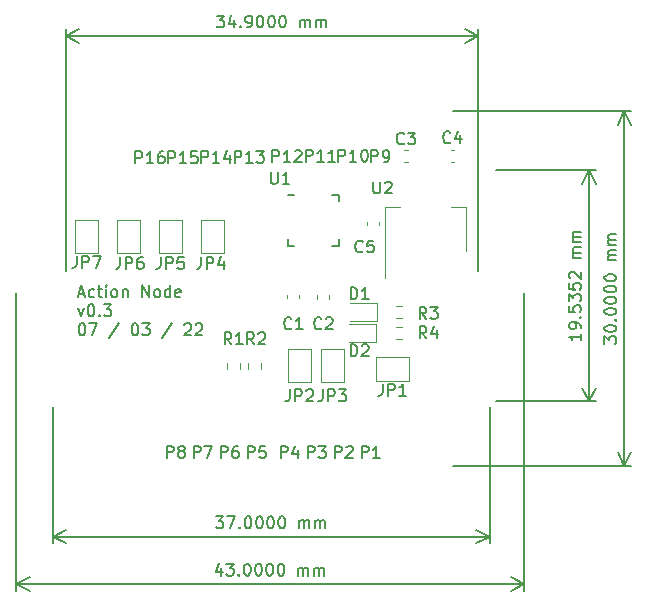
<source format=gbr>
%TF.GenerationSoftware,KiCad,Pcbnew,6.0.2-378541a8eb~116~ubuntu20.04.1*%
%TF.CreationDate,2022-03-15T11:55:06+02:00*%
%TF.ProjectId,ActionPCB,41637469-6f6e-4504-9342-2e6b69636164,rev?*%
%TF.SameCoordinates,Original*%
%TF.FileFunction,Legend,Top*%
%TF.FilePolarity,Positive*%
%FSLAX46Y46*%
G04 Gerber Fmt 4.6, Leading zero omitted, Abs format (unit mm)*
G04 Created by KiCad (PCBNEW 6.0.2-378541a8eb~116~ubuntu20.04.1) date 2022-03-15 11:55:06*
%MOMM*%
%LPD*%
G01*
G04 APERTURE LIST*
%ADD10C,0.150000*%
%ADD11C,0.120000*%
G04 APERTURE END LIST*
D10*
X106787976Y-49456666D02*
X107264166Y-49456666D01*
X106692738Y-49742380D02*
X107026071Y-48742380D01*
X107359404Y-49742380D01*
X108121309Y-49694761D02*
X108026071Y-49742380D01*
X107835595Y-49742380D01*
X107740357Y-49694761D01*
X107692738Y-49647142D01*
X107645119Y-49551904D01*
X107645119Y-49266190D01*
X107692738Y-49170952D01*
X107740357Y-49123333D01*
X107835595Y-49075714D01*
X108026071Y-49075714D01*
X108121309Y-49123333D01*
X108407023Y-49075714D02*
X108787976Y-49075714D01*
X108549880Y-48742380D02*
X108549880Y-49599523D01*
X108597500Y-49694761D01*
X108692738Y-49742380D01*
X108787976Y-49742380D01*
X109121309Y-49742380D02*
X109121309Y-49075714D01*
X109121309Y-48742380D02*
X109073690Y-48790000D01*
X109121309Y-48837619D01*
X109168928Y-48790000D01*
X109121309Y-48742380D01*
X109121309Y-48837619D01*
X109740357Y-49742380D02*
X109645119Y-49694761D01*
X109597500Y-49647142D01*
X109549880Y-49551904D01*
X109549880Y-49266190D01*
X109597500Y-49170952D01*
X109645119Y-49123333D01*
X109740357Y-49075714D01*
X109883214Y-49075714D01*
X109978452Y-49123333D01*
X110026071Y-49170952D01*
X110073690Y-49266190D01*
X110073690Y-49551904D01*
X110026071Y-49647142D01*
X109978452Y-49694761D01*
X109883214Y-49742380D01*
X109740357Y-49742380D01*
X110502261Y-49075714D02*
X110502261Y-49742380D01*
X110502261Y-49170952D02*
X110549880Y-49123333D01*
X110645119Y-49075714D01*
X110787976Y-49075714D01*
X110883214Y-49123333D01*
X110930833Y-49218571D01*
X110930833Y-49742380D01*
X112168928Y-49742380D02*
X112168928Y-48742380D01*
X112740357Y-49742380D01*
X112740357Y-48742380D01*
X113359404Y-49742380D02*
X113264166Y-49694761D01*
X113216547Y-49647142D01*
X113168928Y-49551904D01*
X113168928Y-49266190D01*
X113216547Y-49170952D01*
X113264166Y-49123333D01*
X113359404Y-49075714D01*
X113502261Y-49075714D01*
X113597500Y-49123333D01*
X113645119Y-49170952D01*
X113692738Y-49266190D01*
X113692738Y-49551904D01*
X113645119Y-49647142D01*
X113597500Y-49694761D01*
X113502261Y-49742380D01*
X113359404Y-49742380D01*
X114549880Y-49742380D02*
X114549880Y-48742380D01*
X114549880Y-49694761D02*
X114454642Y-49742380D01*
X114264166Y-49742380D01*
X114168928Y-49694761D01*
X114121309Y-49647142D01*
X114073690Y-49551904D01*
X114073690Y-49266190D01*
X114121309Y-49170952D01*
X114168928Y-49123333D01*
X114264166Y-49075714D01*
X114454642Y-49075714D01*
X114549880Y-49123333D01*
X115407023Y-49694761D02*
X115311785Y-49742380D01*
X115121309Y-49742380D01*
X115026071Y-49694761D01*
X114978452Y-49599523D01*
X114978452Y-49218571D01*
X115026071Y-49123333D01*
X115121309Y-49075714D01*
X115311785Y-49075714D01*
X115407023Y-49123333D01*
X115454642Y-49218571D01*
X115454642Y-49313809D01*
X114978452Y-49409047D01*
X106740357Y-50685714D02*
X106978452Y-51352380D01*
X107216547Y-50685714D01*
X107787976Y-50352380D02*
X107883214Y-50352380D01*
X107978452Y-50400000D01*
X108026071Y-50447619D01*
X108073690Y-50542857D01*
X108121309Y-50733333D01*
X108121309Y-50971428D01*
X108073690Y-51161904D01*
X108026071Y-51257142D01*
X107978452Y-51304761D01*
X107883214Y-51352380D01*
X107787976Y-51352380D01*
X107692738Y-51304761D01*
X107645119Y-51257142D01*
X107597500Y-51161904D01*
X107549880Y-50971428D01*
X107549880Y-50733333D01*
X107597500Y-50542857D01*
X107645119Y-50447619D01*
X107692738Y-50400000D01*
X107787976Y-50352380D01*
X108549880Y-51257142D02*
X108597500Y-51304761D01*
X108549880Y-51352380D01*
X108502261Y-51304761D01*
X108549880Y-51257142D01*
X108549880Y-51352380D01*
X108930833Y-50352380D02*
X109549880Y-50352380D01*
X109216547Y-50733333D01*
X109359404Y-50733333D01*
X109454642Y-50780952D01*
X109502261Y-50828571D01*
X109549880Y-50923809D01*
X109549880Y-51161904D01*
X109502261Y-51257142D01*
X109454642Y-51304761D01*
X109359404Y-51352380D01*
X109073690Y-51352380D01*
X108978452Y-51304761D01*
X108930833Y-51257142D01*
X107026071Y-51962380D02*
X107121309Y-51962380D01*
X107216547Y-52010000D01*
X107264166Y-52057619D01*
X107311785Y-52152857D01*
X107359404Y-52343333D01*
X107359404Y-52581428D01*
X107311785Y-52771904D01*
X107264166Y-52867142D01*
X107216547Y-52914761D01*
X107121309Y-52962380D01*
X107026071Y-52962380D01*
X106930833Y-52914761D01*
X106883214Y-52867142D01*
X106835595Y-52771904D01*
X106787976Y-52581428D01*
X106787976Y-52343333D01*
X106835595Y-52152857D01*
X106883214Y-52057619D01*
X106930833Y-52010000D01*
X107026071Y-51962380D01*
X107692738Y-51962380D02*
X108359404Y-51962380D01*
X107930833Y-52962380D01*
X110216547Y-51914761D02*
X109359404Y-53200476D01*
X111502261Y-51962380D02*
X111597500Y-51962380D01*
X111692738Y-52010000D01*
X111740357Y-52057619D01*
X111787976Y-52152857D01*
X111835595Y-52343333D01*
X111835595Y-52581428D01*
X111787976Y-52771904D01*
X111740357Y-52867142D01*
X111692738Y-52914761D01*
X111597500Y-52962380D01*
X111502261Y-52962380D01*
X111407023Y-52914761D01*
X111359404Y-52867142D01*
X111311785Y-52771904D01*
X111264166Y-52581428D01*
X111264166Y-52343333D01*
X111311785Y-52152857D01*
X111359404Y-52057619D01*
X111407023Y-52010000D01*
X111502261Y-51962380D01*
X112168928Y-51962380D02*
X112787976Y-51962380D01*
X112454642Y-52343333D01*
X112597500Y-52343333D01*
X112692738Y-52390952D01*
X112740357Y-52438571D01*
X112787976Y-52533809D01*
X112787976Y-52771904D01*
X112740357Y-52867142D01*
X112692738Y-52914761D01*
X112597500Y-52962380D01*
X112311785Y-52962380D01*
X112216547Y-52914761D01*
X112168928Y-52867142D01*
X114692738Y-51914761D02*
X113835595Y-53200476D01*
X115740357Y-52057619D02*
X115787976Y-52010000D01*
X115883214Y-51962380D01*
X116121309Y-51962380D01*
X116216547Y-52010000D01*
X116264166Y-52057619D01*
X116311785Y-52152857D01*
X116311785Y-52248095D01*
X116264166Y-52390952D01*
X115692738Y-52962380D01*
X116311785Y-52962380D01*
X116692738Y-52057619D02*
X116740357Y-52010000D01*
X116835595Y-51962380D01*
X117073690Y-51962380D01*
X117168928Y-52010000D01*
X117216547Y-52057619D01*
X117264166Y-52152857D01*
X117264166Y-52248095D01*
X117216547Y-52390952D01*
X116645119Y-52962380D01*
X117264166Y-52962380D01*
X118418013Y-68302380D02*
X119037060Y-68302380D01*
X118703727Y-68683333D01*
X118846584Y-68683333D01*
X118941822Y-68730952D01*
X118989441Y-68778571D01*
X119037060Y-68873809D01*
X119037060Y-69111904D01*
X118989441Y-69207142D01*
X118941822Y-69254761D01*
X118846584Y-69302380D01*
X118560870Y-69302380D01*
X118465632Y-69254761D01*
X118418013Y-69207142D01*
X119370394Y-68302380D02*
X120037060Y-68302380D01*
X119608489Y-69302380D01*
X120418013Y-69207142D02*
X120465632Y-69254761D01*
X120418013Y-69302380D01*
X120370394Y-69254761D01*
X120418013Y-69207142D01*
X120418013Y-69302380D01*
X121084680Y-68302380D02*
X121179918Y-68302380D01*
X121275156Y-68350000D01*
X121322775Y-68397619D01*
X121370394Y-68492857D01*
X121418013Y-68683333D01*
X121418013Y-68921428D01*
X121370394Y-69111904D01*
X121322775Y-69207142D01*
X121275156Y-69254761D01*
X121179918Y-69302380D01*
X121084680Y-69302380D01*
X120989441Y-69254761D01*
X120941822Y-69207142D01*
X120894203Y-69111904D01*
X120846584Y-68921428D01*
X120846584Y-68683333D01*
X120894203Y-68492857D01*
X120941822Y-68397619D01*
X120989441Y-68350000D01*
X121084680Y-68302380D01*
X122037060Y-68302380D02*
X122132299Y-68302380D01*
X122227537Y-68350000D01*
X122275156Y-68397619D01*
X122322775Y-68492857D01*
X122370394Y-68683333D01*
X122370394Y-68921428D01*
X122322775Y-69111904D01*
X122275156Y-69207142D01*
X122227537Y-69254761D01*
X122132299Y-69302380D01*
X122037060Y-69302380D01*
X121941822Y-69254761D01*
X121894203Y-69207142D01*
X121846584Y-69111904D01*
X121798965Y-68921428D01*
X121798965Y-68683333D01*
X121846584Y-68492857D01*
X121894203Y-68397619D01*
X121941822Y-68350000D01*
X122037060Y-68302380D01*
X122989441Y-68302380D02*
X123084680Y-68302380D01*
X123179918Y-68350000D01*
X123227537Y-68397619D01*
X123275156Y-68492857D01*
X123322775Y-68683333D01*
X123322775Y-68921428D01*
X123275156Y-69111904D01*
X123227537Y-69207142D01*
X123179918Y-69254761D01*
X123084680Y-69302380D01*
X122989441Y-69302380D01*
X122894203Y-69254761D01*
X122846584Y-69207142D01*
X122798965Y-69111904D01*
X122751346Y-68921428D01*
X122751346Y-68683333D01*
X122798965Y-68492857D01*
X122846584Y-68397619D01*
X122894203Y-68350000D01*
X122989441Y-68302380D01*
X123941822Y-68302380D02*
X124037060Y-68302380D01*
X124132299Y-68350000D01*
X124179918Y-68397619D01*
X124227537Y-68492857D01*
X124275156Y-68683333D01*
X124275156Y-68921428D01*
X124227537Y-69111904D01*
X124179918Y-69207142D01*
X124132299Y-69254761D01*
X124037060Y-69302380D01*
X123941822Y-69302380D01*
X123846584Y-69254761D01*
X123798965Y-69207142D01*
X123751346Y-69111904D01*
X123703727Y-68921428D01*
X123703727Y-68683333D01*
X123751346Y-68492857D01*
X123798965Y-68397619D01*
X123846584Y-68350000D01*
X123941822Y-68302380D01*
X125465632Y-69302380D02*
X125465632Y-68635714D01*
X125465632Y-68730952D02*
X125513251Y-68683333D01*
X125608489Y-68635714D01*
X125751346Y-68635714D01*
X125846584Y-68683333D01*
X125894203Y-68778571D01*
X125894203Y-69302380D01*
X125894203Y-68778571D02*
X125941822Y-68683333D01*
X126037060Y-68635714D01*
X126179918Y-68635714D01*
X126275156Y-68683333D01*
X126322775Y-68778571D01*
X126322775Y-69302380D01*
X126798965Y-69302380D02*
X126798965Y-68635714D01*
X126798965Y-68730952D02*
X126846584Y-68683333D01*
X126941822Y-68635714D01*
X127084680Y-68635714D01*
X127179918Y-68683333D01*
X127227537Y-68778571D01*
X127227537Y-69302380D01*
X127227537Y-68778571D02*
X127275156Y-68683333D01*
X127370394Y-68635714D01*
X127513251Y-68635714D01*
X127608489Y-68683333D01*
X127656108Y-68778571D01*
X127656108Y-69302380D01*
X141584680Y-59034607D02*
X141584680Y-70586420D01*
X104584680Y-59034607D02*
X104584680Y-70586420D01*
X141584680Y-70000000D02*
X104584680Y-70000000D01*
X141584680Y-70000000D02*
X104584680Y-70000000D01*
X141584680Y-70000000D02*
X140458176Y-69413579D01*
X141584680Y-70000000D02*
X140458176Y-70586421D01*
X104584680Y-70000000D02*
X105711184Y-70586421D01*
X104584680Y-70000000D02*
X105711184Y-69413579D01*
X118867142Y-72635714D02*
X118867142Y-73302380D01*
X118629047Y-72254761D02*
X118390952Y-72969047D01*
X119010000Y-72969047D01*
X119295714Y-72302380D02*
X119914761Y-72302380D01*
X119581428Y-72683333D01*
X119724285Y-72683333D01*
X119819523Y-72730952D01*
X119867142Y-72778571D01*
X119914761Y-72873809D01*
X119914761Y-73111904D01*
X119867142Y-73207142D01*
X119819523Y-73254761D01*
X119724285Y-73302380D01*
X119438571Y-73302380D01*
X119343333Y-73254761D01*
X119295714Y-73207142D01*
X120343333Y-73207142D02*
X120390952Y-73254761D01*
X120343333Y-73302380D01*
X120295714Y-73254761D01*
X120343333Y-73207142D01*
X120343333Y-73302380D01*
X121010000Y-72302380D02*
X121105238Y-72302380D01*
X121200476Y-72350000D01*
X121248095Y-72397619D01*
X121295714Y-72492857D01*
X121343333Y-72683333D01*
X121343333Y-72921428D01*
X121295714Y-73111904D01*
X121248095Y-73207142D01*
X121200476Y-73254761D01*
X121105238Y-73302380D01*
X121010000Y-73302380D01*
X120914761Y-73254761D01*
X120867142Y-73207142D01*
X120819523Y-73111904D01*
X120771904Y-72921428D01*
X120771904Y-72683333D01*
X120819523Y-72492857D01*
X120867142Y-72397619D01*
X120914761Y-72350000D01*
X121010000Y-72302380D01*
X121962380Y-72302380D02*
X122057619Y-72302380D01*
X122152857Y-72350000D01*
X122200476Y-72397619D01*
X122248095Y-72492857D01*
X122295714Y-72683333D01*
X122295714Y-72921428D01*
X122248095Y-73111904D01*
X122200476Y-73207142D01*
X122152857Y-73254761D01*
X122057619Y-73302380D01*
X121962380Y-73302380D01*
X121867142Y-73254761D01*
X121819523Y-73207142D01*
X121771904Y-73111904D01*
X121724285Y-72921428D01*
X121724285Y-72683333D01*
X121771904Y-72492857D01*
X121819523Y-72397619D01*
X121867142Y-72350000D01*
X121962380Y-72302380D01*
X122914761Y-72302380D02*
X123010000Y-72302380D01*
X123105238Y-72350000D01*
X123152857Y-72397619D01*
X123200476Y-72492857D01*
X123248095Y-72683333D01*
X123248095Y-72921428D01*
X123200476Y-73111904D01*
X123152857Y-73207142D01*
X123105238Y-73254761D01*
X123010000Y-73302380D01*
X122914761Y-73302380D01*
X122819523Y-73254761D01*
X122771904Y-73207142D01*
X122724285Y-73111904D01*
X122676666Y-72921428D01*
X122676666Y-72683333D01*
X122724285Y-72492857D01*
X122771904Y-72397619D01*
X122819523Y-72350000D01*
X122914761Y-72302380D01*
X123867142Y-72302380D02*
X123962380Y-72302380D01*
X124057619Y-72350000D01*
X124105238Y-72397619D01*
X124152857Y-72492857D01*
X124200476Y-72683333D01*
X124200476Y-72921428D01*
X124152857Y-73111904D01*
X124105238Y-73207142D01*
X124057619Y-73254761D01*
X123962380Y-73302380D01*
X123867142Y-73302380D01*
X123771904Y-73254761D01*
X123724285Y-73207142D01*
X123676666Y-73111904D01*
X123629047Y-72921428D01*
X123629047Y-72683333D01*
X123676666Y-72492857D01*
X123724285Y-72397619D01*
X123771904Y-72350000D01*
X123867142Y-72302380D01*
X125390952Y-73302380D02*
X125390952Y-72635714D01*
X125390952Y-72730952D02*
X125438571Y-72683333D01*
X125533809Y-72635714D01*
X125676666Y-72635714D01*
X125771904Y-72683333D01*
X125819523Y-72778571D01*
X125819523Y-73302380D01*
X125819523Y-72778571D02*
X125867142Y-72683333D01*
X125962380Y-72635714D01*
X126105238Y-72635714D01*
X126200476Y-72683333D01*
X126248095Y-72778571D01*
X126248095Y-73302380D01*
X126724285Y-73302380D02*
X126724285Y-72635714D01*
X126724285Y-72730952D02*
X126771904Y-72683333D01*
X126867142Y-72635714D01*
X127010000Y-72635714D01*
X127105238Y-72683333D01*
X127152857Y-72778571D01*
X127152857Y-73302380D01*
X127152857Y-72778571D02*
X127200476Y-72683333D01*
X127295714Y-72635714D01*
X127438571Y-72635714D01*
X127533809Y-72683333D01*
X127581428Y-72778571D01*
X127581428Y-73302380D01*
X144510000Y-49420000D02*
X144510000Y-74586420D01*
X101510000Y-49420000D02*
X101510000Y-74586420D01*
X144510000Y-74000000D02*
X101510000Y-74000000D01*
X144510000Y-74000000D02*
X101510000Y-74000000D01*
X144510000Y-74000000D02*
X143383496Y-73413579D01*
X144510000Y-74000000D02*
X143383496Y-74586421D01*
X101510000Y-74000000D02*
X102636504Y-74586421D01*
X101510000Y-74000000D02*
X102636504Y-73413579D01*
X151302380Y-53666666D02*
X151302380Y-53047619D01*
X151683333Y-53380952D01*
X151683333Y-53238095D01*
X151730952Y-53142857D01*
X151778571Y-53095238D01*
X151873809Y-53047619D01*
X152111904Y-53047619D01*
X152207142Y-53095238D01*
X152254761Y-53142857D01*
X152302380Y-53238095D01*
X152302380Y-53523809D01*
X152254761Y-53619047D01*
X152207142Y-53666666D01*
X151302380Y-52428571D02*
X151302380Y-52333333D01*
X151350000Y-52238095D01*
X151397619Y-52190476D01*
X151492857Y-52142857D01*
X151683333Y-52095238D01*
X151921428Y-52095238D01*
X152111904Y-52142857D01*
X152207142Y-52190476D01*
X152254761Y-52238095D01*
X152302380Y-52333333D01*
X152302380Y-52428571D01*
X152254761Y-52523809D01*
X152207142Y-52571428D01*
X152111904Y-52619047D01*
X151921428Y-52666666D01*
X151683333Y-52666666D01*
X151492857Y-52619047D01*
X151397619Y-52571428D01*
X151350000Y-52523809D01*
X151302380Y-52428571D01*
X152207142Y-51666666D02*
X152254761Y-51619047D01*
X152302380Y-51666666D01*
X152254761Y-51714285D01*
X152207142Y-51666666D01*
X152302380Y-51666666D01*
X151302380Y-51000000D02*
X151302380Y-50904761D01*
X151350000Y-50809523D01*
X151397619Y-50761904D01*
X151492857Y-50714285D01*
X151683333Y-50666666D01*
X151921428Y-50666666D01*
X152111904Y-50714285D01*
X152207142Y-50761904D01*
X152254761Y-50809523D01*
X152302380Y-50904761D01*
X152302380Y-51000000D01*
X152254761Y-51095238D01*
X152207142Y-51142857D01*
X152111904Y-51190476D01*
X151921428Y-51238095D01*
X151683333Y-51238095D01*
X151492857Y-51190476D01*
X151397619Y-51142857D01*
X151350000Y-51095238D01*
X151302380Y-51000000D01*
X151302380Y-50047619D02*
X151302380Y-49952380D01*
X151350000Y-49857142D01*
X151397619Y-49809523D01*
X151492857Y-49761904D01*
X151683333Y-49714285D01*
X151921428Y-49714285D01*
X152111904Y-49761904D01*
X152207142Y-49809523D01*
X152254761Y-49857142D01*
X152302380Y-49952380D01*
X152302380Y-50047619D01*
X152254761Y-50142857D01*
X152207142Y-50190476D01*
X152111904Y-50238095D01*
X151921428Y-50285714D01*
X151683333Y-50285714D01*
X151492857Y-50238095D01*
X151397619Y-50190476D01*
X151350000Y-50142857D01*
X151302380Y-50047619D01*
X151302380Y-49095238D02*
X151302380Y-49000000D01*
X151350000Y-48904761D01*
X151397619Y-48857142D01*
X151492857Y-48809523D01*
X151683333Y-48761904D01*
X151921428Y-48761904D01*
X152111904Y-48809523D01*
X152207142Y-48857142D01*
X152254761Y-48904761D01*
X152302380Y-49000000D01*
X152302380Y-49095238D01*
X152254761Y-49190476D01*
X152207142Y-49238095D01*
X152111904Y-49285714D01*
X151921428Y-49333333D01*
X151683333Y-49333333D01*
X151492857Y-49285714D01*
X151397619Y-49238095D01*
X151350000Y-49190476D01*
X151302380Y-49095238D01*
X151302380Y-48142857D02*
X151302380Y-48047619D01*
X151350000Y-47952380D01*
X151397619Y-47904761D01*
X151492857Y-47857142D01*
X151683333Y-47809523D01*
X151921428Y-47809523D01*
X152111904Y-47857142D01*
X152207142Y-47904761D01*
X152254761Y-47952380D01*
X152302380Y-48047619D01*
X152302380Y-48142857D01*
X152254761Y-48238095D01*
X152207142Y-48285714D01*
X152111904Y-48333333D01*
X151921428Y-48380952D01*
X151683333Y-48380952D01*
X151492857Y-48333333D01*
X151397619Y-48285714D01*
X151350000Y-48238095D01*
X151302380Y-48142857D01*
X152302380Y-46619047D02*
X151635714Y-46619047D01*
X151730952Y-46619047D02*
X151683333Y-46571428D01*
X151635714Y-46476190D01*
X151635714Y-46333333D01*
X151683333Y-46238095D01*
X151778571Y-46190476D01*
X152302380Y-46190476D01*
X151778571Y-46190476D02*
X151683333Y-46142857D01*
X151635714Y-46047619D01*
X151635714Y-45904761D01*
X151683333Y-45809523D01*
X151778571Y-45761904D01*
X152302380Y-45761904D01*
X152302380Y-45285714D02*
X151635714Y-45285714D01*
X151730952Y-45285714D02*
X151683333Y-45238095D01*
X151635714Y-45142857D01*
X151635714Y-45000000D01*
X151683333Y-44904761D01*
X151778571Y-44857142D01*
X152302380Y-44857142D01*
X151778571Y-44857142D02*
X151683333Y-44809523D01*
X151635714Y-44714285D01*
X151635714Y-44571428D01*
X151683333Y-44476190D01*
X151778571Y-44428571D01*
X152302380Y-44428571D01*
X138500000Y-64000000D02*
X153586420Y-64000000D01*
X138500000Y-34000000D02*
X153586420Y-34000000D01*
X153000000Y-64000000D02*
X153000000Y-34000000D01*
X153000000Y-64000000D02*
X153000000Y-34000000D01*
X153000000Y-64000000D02*
X153586421Y-62873496D01*
X153000000Y-64000000D02*
X152413579Y-62873496D01*
X153000000Y-34000000D02*
X152413579Y-35126504D01*
X153000000Y-34000000D02*
X153586421Y-35126504D01*
X149302380Y-52814619D02*
X149302380Y-53386047D01*
X149302380Y-53100333D02*
X148302380Y-53100333D01*
X148445238Y-53195571D01*
X148540476Y-53290809D01*
X148588095Y-53386047D01*
X149302380Y-52338428D02*
X149302380Y-52147952D01*
X149254761Y-52052714D01*
X149207142Y-52005095D01*
X149064285Y-51909857D01*
X148873809Y-51862238D01*
X148492857Y-51862238D01*
X148397619Y-51909857D01*
X148350000Y-51957476D01*
X148302380Y-52052714D01*
X148302380Y-52243190D01*
X148350000Y-52338428D01*
X148397619Y-52386047D01*
X148492857Y-52433666D01*
X148730952Y-52433666D01*
X148826190Y-52386047D01*
X148873809Y-52338428D01*
X148921428Y-52243190D01*
X148921428Y-52052714D01*
X148873809Y-51957476D01*
X148826190Y-51909857D01*
X148730952Y-51862238D01*
X149207142Y-51433666D02*
X149254761Y-51386047D01*
X149302380Y-51433666D01*
X149254761Y-51481285D01*
X149207142Y-51433666D01*
X149302380Y-51433666D01*
X148302380Y-50481285D02*
X148302380Y-50957476D01*
X148778571Y-51005095D01*
X148730952Y-50957476D01*
X148683333Y-50862238D01*
X148683333Y-50624142D01*
X148730952Y-50528904D01*
X148778571Y-50481285D01*
X148873809Y-50433666D01*
X149111904Y-50433666D01*
X149207142Y-50481285D01*
X149254761Y-50528904D01*
X149302380Y-50624142D01*
X149302380Y-50862238D01*
X149254761Y-50957476D01*
X149207142Y-51005095D01*
X148302380Y-50100333D02*
X148302380Y-49481285D01*
X148683333Y-49814619D01*
X148683333Y-49671761D01*
X148730952Y-49576523D01*
X148778571Y-49528904D01*
X148873809Y-49481285D01*
X149111904Y-49481285D01*
X149207142Y-49528904D01*
X149254761Y-49576523D01*
X149302380Y-49671761D01*
X149302380Y-49957476D01*
X149254761Y-50052714D01*
X149207142Y-50100333D01*
X148302380Y-48576523D02*
X148302380Y-49052714D01*
X148778571Y-49100333D01*
X148730952Y-49052714D01*
X148683333Y-48957476D01*
X148683333Y-48719380D01*
X148730952Y-48624142D01*
X148778571Y-48576523D01*
X148873809Y-48528904D01*
X149111904Y-48528904D01*
X149207142Y-48576523D01*
X149254761Y-48624142D01*
X149302380Y-48719380D01*
X149302380Y-48957476D01*
X149254761Y-49052714D01*
X149207142Y-49100333D01*
X148397619Y-48147952D02*
X148350000Y-48100333D01*
X148302380Y-48005095D01*
X148302380Y-47767000D01*
X148350000Y-47671761D01*
X148397619Y-47624142D01*
X148492857Y-47576523D01*
X148588095Y-47576523D01*
X148730952Y-47624142D01*
X149302380Y-48195571D01*
X149302380Y-47576523D01*
X149302380Y-46386047D02*
X148635714Y-46386047D01*
X148730952Y-46386047D02*
X148683333Y-46338428D01*
X148635714Y-46243190D01*
X148635714Y-46100333D01*
X148683333Y-46005095D01*
X148778571Y-45957476D01*
X149302380Y-45957476D01*
X148778571Y-45957476D02*
X148683333Y-45909857D01*
X148635714Y-45814619D01*
X148635714Y-45671761D01*
X148683333Y-45576523D01*
X148778571Y-45528904D01*
X149302380Y-45528904D01*
X149302380Y-45052714D02*
X148635714Y-45052714D01*
X148730952Y-45052714D02*
X148683333Y-45005095D01*
X148635714Y-44909857D01*
X148635714Y-44767000D01*
X148683333Y-44671761D01*
X148778571Y-44624142D01*
X149302380Y-44624142D01*
X148778571Y-44624142D02*
X148683333Y-44576523D01*
X148635714Y-44481285D01*
X148635714Y-44338428D01*
X148683333Y-44243190D01*
X148778571Y-44195571D01*
X149302380Y-44195571D01*
X142084680Y-58534607D02*
X150586420Y-58534607D01*
X142084680Y-38999393D02*
X150586420Y-38999393D01*
X150000000Y-58534607D02*
X150000000Y-38999393D01*
X150000000Y-58534607D02*
X150000000Y-38999393D01*
X150000000Y-58534607D02*
X150586421Y-57408103D01*
X150000000Y-58534607D02*
X149413579Y-57408103D01*
X150000000Y-38999393D02*
X149413579Y-40125897D01*
X150000000Y-38999393D02*
X150586421Y-40125897D01*
X118483333Y-25902380D02*
X119102380Y-25902380D01*
X118769047Y-26283333D01*
X118911904Y-26283333D01*
X119007142Y-26330952D01*
X119054761Y-26378571D01*
X119102380Y-26473809D01*
X119102380Y-26711904D01*
X119054761Y-26807142D01*
X119007142Y-26854761D01*
X118911904Y-26902380D01*
X118626190Y-26902380D01*
X118530952Y-26854761D01*
X118483333Y-26807142D01*
X119959523Y-26235714D02*
X119959523Y-26902380D01*
X119721428Y-25854761D02*
X119483333Y-26569047D01*
X120102380Y-26569047D01*
X120483333Y-26807142D02*
X120530952Y-26854761D01*
X120483333Y-26902380D01*
X120435714Y-26854761D01*
X120483333Y-26807142D01*
X120483333Y-26902380D01*
X121007142Y-26902380D02*
X121197619Y-26902380D01*
X121292857Y-26854761D01*
X121340476Y-26807142D01*
X121435714Y-26664285D01*
X121483333Y-26473809D01*
X121483333Y-26092857D01*
X121435714Y-25997619D01*
X121388095Y-25950000D01*
X121292857Y-25902380D01*
X121102380Y-25902380D01*
X121007142Y-25950000D01*
X120959523Y-25997619D01*
X120911904Y-26092857D01*
X120911904Y-26330952D01*
X120959523Y-26426190D01*
X121007142Y-26473809D01*
X121102380Y-26521428D01*
X121292857Y-26521428D01*
X121388095Y-26473809D01*
X121435714Y-26426190D01*
X121483333Y-26330952D01*
X122102380Y-25902380D02*
X122197619Y-25902380D01*
X122292857Y-25950000D01*
X122340476Y-25997619D01*
X122388095Y-26092857D01*
X122435714Y-26283333D01*
X122435714Y-26521428D01*
X122388095Y-26711904D01*
X122340476Y-26807142D01*
X122292857Y-26854761D01*
X122197619Y-26902380D01*
X122102380Y-26902380D01*
X122007142Y-26854761D01*
X121959523Y-26807142D01*
X121911904Y-26711904D01*
X121864285Y-26521428D01*
X121864285Y-26283333D01*
X121911904Y-26092857D01*
X121959523Y-25997619D01*
X122007142Y-25950000D01*
X122102380Y-25902380D01*
X123054761Y-25902380D02*
X123150000Y-25902380D01*
X123245238Y-25950000D01*
X123292857Y-25997619D01*
X123340476Y-26092857D01*
X123388095Y-26283333D01*
X123388095Y-26521428D01*
X123340476Y-26711904D01*
X123292857Y-26807142D01*
X123245238Y-26854761D01*
X123150000Y-26902380D01*
X123054761Y-26902380D01*
X122959523Y-26854761D01*
X122911904Y-26807142D01*
X122864285Y-26711904D01*
X122816666Y-26521428D01*
X122816666Y-26283333D01*
X122864285Y-26092857D01*
X122911904Y-25997619D01*
X122959523Y-25950000D01*
X123054761Y-25902380D01*
X124007142Y-25902380D02*
X124102380Y-25902380D01*
X124197619Y-25950000D01*
X124245238Y-25997619D01*
X124292857Y-26092857D01*
X124340476Y-26283333D01*
X124340476Y-26521428D01*
X124292857Y-26711904D01*
X124245238Y-26807142D01*
X124197619Y-26854761D01*
X124102380Y-26902380D01*
X124007142Y-26902380D01*
X123911904Y-26854761D01*
X123864285Y-26807142D01*
X123816666Y-26711904D01*
X123769047Y-26521428D01*
X123769047Y-26283333D01*
X123816666Y-26092857D01*
X123864285Y-25997619D01*
X123911904Y-25950000D01*
X124007142Y-25902380D01*
X125530952Y-26902380D02*
X125530952Y-26235714D01*
X125530952Y-26330952D02*
X125578571Y-26283333D01*
X125673809Y-26235714D01*
X125816666Y-26235714D01*
X125911904Y-26283333D01*
X125959523Y-26378571D01*
X125959523Y-26902380D01*
X125959523Y-26378571D02*
X126007142Y-26283333D01*
X126102380Y-26235714D01*
X126245238Y-26235714D01*
X126340476Y-26283333D01*
X126388095Y-26378571D01*
X126388095Y-26902380D01*
X126864285Y-26902380D02*
X126864285Y-26235714D01*
X126864285Y-26330952D02*
X126911904Y-26283333D01*
X127007142Y-26235714D01*
X127150000Y-26235714D01*
X127245238Y-26283333D01*
X127292857Y-26378571D01*
X127292857Y-26902380D01*
X127292857Y-26378571D02*
X127340476Y-26283333D01*
X127435714Y-26235714D01*
X127578571Y-26235714D01*
X127673809Y-26283333D01*
X127721428Y-26378571D01*
X127721428Y-26902380D01*
X140600000Y-47500000D02*
X140600000Y-27013580D01*
X105700000Y-47500000D02*
X105700000Y-27013580D01*
X140600000Y-27600000D02*
X105700000Y-27600000D01*
X140600000Y-27600000D02*
X105700000Y-27600000D01*
X140600000Y-27600000D02*
X139473496Y-27013579D01*
X140600000Y-27600000D02*
X139473496Y-28186421D01*
X105700000Y-27600000D02*
X106826504Y-28186421D01*
X105700000Y-27600000D02*
X106826504Y-27013579D01*
%TO.C,U1*%
X123065095Y-39136380D02*
X123065095Y-39945904D01*
X123112714Y-40041142D01*
X123160333Y-40088761D01*
X123255571Y-40136380D01*
X123446047Y-40136380D01*
X123541285Y-40088761D01*
X123588904Y-40041142D01*
X123636523Y-39945904D01*
X123636523Y-39136380D01*
X124636523Y-40136380D02*
X124065095Y-40136380D01*
X124350809Y-40136380D02*
X124350809Y-39136380D01*
X124255571Y-39279238D01*
X124160333Y-39374476D01*
X124065095Y-39422095D01*
%TO.C,P16*%
X111585714Y-38402380D02*
X111585714Y-37402380D01*
X111966666Y-37402380D01*
X112061904Y-37450000D01*
X112109523Y-37497619D01*
X112157142Y-37592857D01*
X112157142Y-37735714D01*
X112109523Y-37830952D01*
X112061904Y-37878571D01*
X111966666Y-37926190D01*
X111585714Y-37926190D01*
X113109523Y-38402380D02*
X112538095Y-38402380D01*
X112823809Y-38402380D02*
X112823809Y-37402380D01*
X112728571Y-37545238D01*
X112633333Y-37640476D01*
X112538095Y-37688095D01*
X113966666Y-37402380D02*
X113776190Y-37402380D01*
X113680952Y-37450000D01*
X113633333Y-37497619D01*
X113538095Y-37640476D01*
X113490476Y-37830952D01*
X113490476Y-38211904D01*
X113538095Y-38307142D01*
X113585714Y-38354761D01*
X113680952Y-38402380D01*
X113871428Y-38402380D01*
X113966666Y-38354761D01*
X114014285Y-38307142D01*
X114061904Y-38211904D01*
X114061904Y-37973809D01*
X114014285Y-37878571D01*
X113966666Y-37830952D01*
X113871428Y-37783333D01*
X113680952Y-37783333D01*
X113585714Y-37830952D01*
X113538095Y-37878571D01*
X113490476Y-37973809D01*
%TO.C,P4*%
X123903904Y-63352380D02*
X123903904Y-62352380D01*
X124284857Y-62352380D01*
X124380095Y-62400000D01*
X124427714Y-62447619D01*
X124475333Y-62542857D01*
X124475333Y-62685714D01*
X124427714Y-62780952D01*
X124380095Y-62828571D01*
X124284857Y-62876190D01*
X123903904Y-62876190D01*
X125332476Y-62685714D02*
X125332476Y-63352380D01*
X125094380Y-62304761D02*
X124856285Y-63019047D01*
X125475333Y-63019047D01*
%TO.C,D2*%
X129819904Y-54741380D02*
X129819904Y-53741380D01*
X130058000Y-53741380D01*
X130200857Y-53789000D01*
X130296095Y-53884238D01*
X130343714Y-53979476D01*
X130391333Y-54169952D01*
X130391333Y-54312809D01*
X130343714Y-54503285D01*
X130296095Y-54598523D01*
X130200857Y-54693761D01*
X130058000Y-54741380D01*
X129819904Y-54741380D01*
X130772285Y-53836619D02*
X130819904Y-53789000D01*
X130915142Y-53741380D01*
X131153238Y-53741380D01*
X131248476Y-53789000D01*
X131296095Y-53836619D01*
X131343714Y-53931857D01*
X131343714Y-54027095D01*
X131296095Y-54169952D01*
X130724666Y-54741380D01*
X131343714Y-54741380D01*
%TO.C,R3*%
X136232333Y-51566380D02*
X135899000Y-51090190D01*
X135660904Y-51566380D02*
X135660904Y-50566380D01*
X136041857Y-50566380D01*
X136137095Y-50614000D01*
X136184714Y-50661619D01*
X136232333Y-50756857D01*
X136232333Y-50899714D01*
X136184714Y-50994952D01*
X136137095Y-51042571D01*
X136041857Y-51090190D01*
X135660904Y-51090190D01*
X136565666Y-50566380D02*
X137184714Y-50566380D01*
X136851380Y-50947333D01*
X136994238Y-50947333D01*
X137089476Y-50994952D01*
X137137095Y-51042571D01*
X137184714Y-51137809D01*
X137184714Y-51375904D01*
X137137095Y-51471142D01*
X137089476Y-51518761D01*
X136994238Y-51566380D01*
X136708523Y-51566380D01*
X136613285Y-51518761D01*
X136565666Y-51471142D01*
%TO.C,P14*%
X117185714Y-38352380D02*
X117185714Y-37352380D01*
X117566666Y-37352380D01*
X117661904Y-37400000D01*
X117709523Y-37447619D01*
X117757142Y-37542857D01*
X117757142Y-37685714D01*
X117709523Y-37780952D01*
X117661904Y-37828571D01*
X117566666Y-37876190D01*
X117185714Y-37876190D01*
X118709523Y-38352380D02*
X118138095Y-38352380D01*
X118423809Y-38352380D02*
X118423809Y-37352380D01*
X118328571Y-37495238D01*
X118233333Y-37590476D01*
X118138095Y-37638095D01*
X119566666Y-37685714D02*
X119566666Y-38352380D01*
X119328571Y-37304761D02*
X119090476Y-38019047D01*
X119709523Y-38019047D01*
%TO.C,JP2*%
X124644666Y-57551380D02*
X124644666Y-58265666D01*
X124597047Y-58408523D01*
X124501809Y-58503761D01*
X124358952Y-58551380D01*
X124263714Y-58551380D01*
X125120857Y-58551380D02*
X125120857Y-57551380D01*
X125501809Y-57551380D01*
X125597047Y-57599000D01*
X125644666Y-57646619D01*
X125692285Y-57741857D01*
X125692285Y-57884714D01*
X125644666Y-57979952D01*
X125597047Y-58027571D01*
X125501809Y-58075190D01*
X125120857Y-58075190D01*
X126073238Y-57646619D02*
X126120857Y-57599000D01*
X126216095Y-57551380D01*
X126454190Y-57551380D01*
X126549428Y-57599000D01*
X126597047Y-57646619D01*
X126644666Y-57741857D01*
X126644666Y-57837095D01*
X126597047Y-57979952D01*
X126025619Y-58551380D01*
X126644666Y-58551380D01*
%TO.C,C4*%
X138252333Y-36612142D02*
X138204714Y-36659761D01*
X138061857Y-36707380D01*
X137966619Y-36707380D01*
X137823761Y-36659761D01*
X137728523Y-36564523D01*
X137680904Y-36469285D01*
X137633285Y-36278809D01*
X137633285Y-36135952D01*
X137680904Y-35945476D01*
X137728523Y-35850238D01*
X137823761Y-35755000D01*
X137966619Y-35707380D01*
X138061857Y-35707380D01*
X138204714Y-35755000D01*
X138252333Y-35802619D01*
X139109476Y-36040714D02*
X139109476Y-36707380D01*
X138871380Y-35659761D02*
X138633285Y-36374047D01*
X139252333Y-36374047D01*
%TO.C,P3*%
X126189904Y-63352380D02*
X126189904Y-62352380D01*
X126570857Y-62352380D01*
X126666095Y-62400000D01*
X126713714Y-62447619D01*
X126761333Y-62542857D01*
X126761333Y-62685714D01*
X126713714Y-62780952D01*
X126666095Y-62828571D01*
X126570857Y-62876190D01*
X126189904Y-62876190D01*
X127094666Y-62352380D02*
X127713714Y-62352380D01*
X127380380Y-62733333D01*
X127523238Y-62733333D01*
X127618476Y-62780952D01*
X127666095Y-62828571D01*
X127713714Y-62923809D01*
X127713714Y-63161904D01*
X127666095Y-63257142D01*
X127618476Y-63304761D01*
X127523238Y-63352380D01*
X127237523Y-63352380D01*
X127142285Y-63304761D01*
X127094666Y-63257142D01*
%TO.C,P12*%
X123185714Y-38302380D02*
X123185714Y-37302380D01*
X123566666Y-37302380D01*
X123661904Y-37350000D01*
X123709523Y-37397619D01*
X123757142Y-37492857D01*
X123757142Y-37635714D01*
X123709523Y-37730952D01*
X123661904Y-37778571D01*
X123566666Y-37826190D01*
X123185714Y-37826190D01*
X124709523Y-38302380D02*
X124138095Y-38302380D01*
X124423809Y-38302380D02*
X124423809Y-37302380D01*
X124328571Y-37445238D01*
X124233333Y-37540476D01*
X124138095Y-37588095D01*
X125090476Y-37397619D02*
X125138095Y-37350000D01*
X125233333Y-37302380D01*
X125471428Y-37302380D01*
X125566666Y-37350000D01*
X125614285Y-37397619D01*
X125661904Y-37492857D01*
X125661904Y-37588095D01*
X125614285Y-37730952D01*
X125042857Y-38302380D01*
X125661904Y-38302380D01*
%TO.C,P11*%
X126035714Y-38252380D02*
X126035714Y-37252380D01*
X126416666Y-37252380D01*
X126511904Y-37300000D01*
X126559523Y-37347619D01*
X126607142Y-37442857D01*
X126607142Y-37585714D01*
X126559523Y-37680952D01*
X126511904Y-37728571D01*
X126416666Y-37776190D01*
X126035714Y-37776190D01*
X127559523Y-38252380D02*
X126988095Y-38252380D01*
X127273809Y-38252380D02*
X127273809Y-37252380D01*
X127178571Y-37395238D01*
X127083333Y-37490476D01*
X126988095Y-37538095D01*
X128511904Y-38252380D02*
X127940476Y-38252380D01*
X128226190Y-38252380D02*
X128226190Y-37252380D01*
X128130952Y-37395238D01*
X128035714Y-37490476D01*
X127940476Y-37538095D01*
%TO.C,U2*%
X131738095Y-39952380D02*
X131738095Y-40761904D01*
X131785714Y-40857142D01*
X131833333Y-40904761D01*
X131928571Y-40952380D01*
X132119047Y-40952380D01*
X132214285Y-40904761D01*
X132261904Y-40857142D01*
X132309523Y-40761904D01*
X132309523Y-39952380D01*
X132738095Y-40047619D02*
X132785714Y-40000000D01*
X132880952Y-39952380D01*
X133119047Y-39952380D01*
X133214285Y-40000000D01*
X133261904Y-40047619D01*
X133309523Y-40142857D01*
X133309523Y-40238095D01*
X133261904Y-40380952D01*
X132690476Y-40952380D01*
X133309523Y-40952380D01*
%TO.C,JP7*%
X106610666Y-46248380D02*
X106610666Y-46962666D01*
X106563047Y-47105523D01*
X106467809Y-47200761D01*
X106324952Y-47248380D01*
X106229714Y-47248380D01*
X107086857Y-47248380D02*
X107086857Y-46248380D01*
X107467809Y-46248380D01*
X107563047Y-46296000D01*
X107610666Y-46343619D01*
X107658285Y-46438857D01*
X107658285Y-46581714D01*
X107610666Y-46676952D01*
X107563047Y-46724571D01*
X107467809Y-46772190D01*
X107086857Y-46772190D01*
X107991619Y-46248380D02*
X108658285Y-46248380D01*
X108229714Y-47248380D01*
%TO.C,JP6*%
X110293666Y-46338380D02*
X110293666Y-47052666D01*
X110246047Y-47195523D01*
X110150809Y-47290761D01*
X110007952Y-47338380D01*
X109912714Y-47338380D01*
X110769857Y-47338380D02*
X110769857Y-46338380D01*
X111150809Y-46338380D01*
X111246047Y-46386000D01*
X111293666Y-46433619D01*
X111341285Y-46528857D01*
X111341285Y-46671714D01*
X111293666Y-46766952D01*
X111246047Y-46814571D01*
X111150809Y-46862190D01*
X110769857Y-46862190D01*
X112198428Y-46338380D02*
X112007952Y-46338380D01*
X111912714Y-46386000D01*
X111865095Y-46433619D01*
X111769857Y-46576476D01*
X111722238Y-46766952D01*
X111722238Y-47147904D01*
X111769857Y-47243142D01*
X111817476Y-47290761D01*
X111912714Y-47338380D01*
X112103190Y-47338380D01*
X112198428Y-47290761D01*
X112246047Y-47243142D01*
X112293666Y-47147904D01*
X112293666Y-46909809D01*
X112246047Y-46814571D01*
X112198428Y-46766952D01*
X112103190Y-46719333D01*
X111912714Y-46719333D01*
X111817476Y-46766952D01*
X111769857Y-46814571D01*
X111722238Y-46909809D01*
%TO.C,P8*%
X114251904Y-63352380D02*
X114251904Y-62352380D01*
X114632857Y-62352380D01*
X114728095Y-62400000D01*
X114775714Y-62447619D01*
X114823333Y-62542857D01*
X114823333Y-62685714D01*
X114775714Y-62780952D01*
X114728095Y-62828571D01*
X114632857Y-62876190D01*
X114251904Y-62876190D01*
X115394761Y-62780952D02*
X115299523Y-62733333D01*
X115251904Y-62685714D01*
X115204285Y-62590476D01*
X115204285Y-62542857D01*
X115251904Y-62447619D01*
X115299523Y-62400000D01*
X115394761Y-62352380D01*
X115585238Y-62352380D01*
X115680476Y-62400000D01*
X115728095Y-62447619D01*
X115775714Y-62542857D01*
X115775714Y-62590476D01*
X115728095Y-62685714D01*
X115680476Y-62733333D01*
X115585238Y-62780952D01*
X115394761Y-62780952D01*
X115299523Y-62828571D01*
X115251904Y-62876190D01*
X115204285Y-62971428D01*
X115204285Y-63161904D01*
X115251904Y-63257142D01*
X115299523Y-63304761D01*
X115394761Y-63352380D01*
X115585238Y-63352380D01*
X115680476Y-63304761D01*
X115728095Y-63257142D01*
X115775714Y-63161904D01*
X115775714Y-62971428D01*
X115728095Y-62876190D01*
X115680476Y-62828571D01*
X115585238Y-62780952D01*
%TO.C,C1*%
X124803333Y-52360142D02*
X124755714Y-52407761D01*
X124612857Y-52455380D01*
X124517619Y-52455380D01*
X124374761Y-52407761D01*
X124279523Y-52312523D01*
X124231904Y-52217285D01*
X124184285Y-52026809D01*
X124184285Y-51883952D01*
X124231904Y-51693476D01*
X124279523Y-51598238D01*
X124374761Y-51503000D01*
X124517619Y-51455380D01*
X124612857Y-51455380D01*
X124755714Y-51503000D01*
X124803333Y-51550619D01*
X125755714Y-52455380D02*
X125184285Y-52455380D01*
X125470000Y-52455380D02*
X125470000Y-51455380D01*
X125374761Y-51598238D01*
X125279523Y-51693476D01*
X125184285Y-51741095D01*
%TO.C,R2*%
X121628333Y-53725380D02*
X121295000Y-53249190D01*
X121056904Y-53725380D02*
X121056904Y-52725380D01*
X121437857Y-52725380D01*
X121533095Y-52773000D01*
X121580714Y-52820619D01*
X121628333Y-52915857D01*
X121628333Y-53058714D01*
X121580714Y-53153952D01*
X121533095Y-53201571D01*
X121437857Y-53249190D01*
X121056904Y-53249190D01*
X122009285Y-52820619D02*
X122056904Y-52773000D01*
X122152142Y-52725380D01*
X122390238Y-52725380D01*
X122485476Y-52773000D01*
X122533095Y-52820619D01*
X122580714Y-52915857D01*
X122580714Y-53011095D01*
X122533095Y-53153952D01*
X121961666Y-53725380D01*
X122580714Y-53725380D01*
%TO.C,C2*%
X127343333Y-52360142D02*
X127295714Y-52407761D01*
X127152857Y-52455380D01*
X127057619Y-52455380D01*
X126914761Y-52407761D01*
X126819523Y-52312523D01*
X126771904Y-52217285D01*
X126724285Y-52026809D01*
X126724285Y-51883952D01*
X126771904Y-51693476D01*
X126819523Y-51598238D01*
X126914761Y-51503000D01*
X127057619Y-51455380D01*
X127152857Y-51455380D01*
X127295714Y-51503000D01*
X127343333Y-51550619D01*
X127724285Y-51550619D02*
X127771904Y-51503000D01*
X127867142Y-51455380D01*
X128105238Y-51455380D01*
X128200476Y-51503000D01*
X128248095Y-51550619D01*
X128295714Y-51645857D01*
X128295714Y-51741095D01*
X128248095Y-51883952D01*
X127676666Y-52455380D01*
X128295714Y-52455380D01*
%TO.C,JP5*%
X113722666Y-46338380D02*
X113722666Y-47052666D01*
X113675047Y-47195523D01*
X113579809Y-47290761D01*
X113436952Y-47338380D01*
X113341714Y-47338380D01*
X114198857Y-47338380D02*
X114198857Y-46338380D01*
X114579809Y-46338380D01*
X114675047Y-46386000D01*
X114722666Y-46433619D01*
X114770285Y-46528857D01*
X114770285Y-46671714D01*
X114722666Y-46766952D01*
X114675047Y-46814571D01*
X114579809Y-46862190D01*
X114198857Y-46862190D01*
X115675047Y-46338380D02*
X115198857Y-46338380D01*
X115151238Y-46814571D01*
X115198857Y-46766952D01*
X115294095Y-46719333D01*
X115532190Y-46719333D01*
X115627428Y-46766952D01*
X115675047Y-46814571D01*
X115722666Y-46909809D01*
X115722666Y-47147904D01*
X115675047Y-47243142D01*
X115627428Y-47290761D01*
X115532190Y-47338380D01*
X115294095Y-47338380D01*
X115198857Y-47290761D01*
X115151238Y-47243142D01*
%TO.C,D1*%
X129819904Y-49915380D02*
X129819904Y-48915380D01*
X130058000Y-48915380D01*
X130200857Y-48963000D01*
X130296095Y-49058238D01*
X130343714Y-49153476D01*
X130391333Y-49343952D01*
X130391333Y-49486809D01*
X130343714Y-49677285D01*
X130296095Y-49772523D01*
X130200857Y-49867761D01*
X130058000Y-49915380D01*
X129819904Y-49915380D01*
X131343714Y-49915380D02*
X130772285Y-49915380D01*
X131058000Y-49915380D02*
X131058000Y-48915380D01*
X130962761Y-49058238D01*
X130867523Y-49153476D01*
X130772285Y-49201095D01*
%TO.C,C5*%
X130833333Y-45857142D02*
X130785714Y-45904761D01*
X130642857Y-45952380D01*
X130547619Y-45952380D01*
X130404761Y-45904761D01*
X130309523Y-45809523D01*
X130261904Y-45714285D01*
X130214285Y-45523809D01*
X130214285Y-45380952D01*
X130261904Y-45190476D01*
X130309523Y-45095238D01*
X130404761Y-45000000D01*
X130547619Y-44952380D01*
X130642857Y-44952380D01*
X130785714Y-45000000D01*
X130833333Y-45047619D01*
X131738095Y-44952380D02*
X131261904Y-44952380D01*
X131214285Y-45428571D01*
X131261904Y-45380952D01*
X131357142Y-45333333D01*
X131595238Y-45333333D01*
X131690476Y-45380952D01*
X131738095Y-45428571D01*
X131785714Y-45523809D01*
X131785714Y-45761904D01*
X131738095Y-45857142D01*
X131690476Y-45904761D01*
X131595238Y-45952380D01*
X131357142Y-45952380D01*
X131261904Y-45904761D01*
X131214285Y-45857142D01*
%TO.C,P13*%
X119985714Y-38352380D02*
X119985714Y-37352380D01*
X120366666Y-37352380D01*
X120461904Y-37400000D01*
X120509523Y-37447619D01*
X120557142Y-37542857D01*
X120557142Y-37685714D01*
X120509523Y-37780952D01*
X120461904Y-37828571D01*
X120366666Y-37876190D01*
X119985714Y-37876190D01*
X121509523Y-38352380D02*
X120938095Y-38352380D01*
X121223809Y-38352380D02*
X121223809Y-37352380D01*
X121128571Y-37495238D01*
X121033333Y-37590476D01*
X120938095Y-37638095D01*
X121842857Y-37352380D02*
X122461904Y-37352380D01*
X122128571Y-37733333D01*
X122271428Y-37733333D01*
X122366666Y-37780952D01*
X122414285Y-37828571D01*
X122461904Y-37923809D01*
X122461904Y-38161904D01*
X122414285Y-38257142D01*
X122366666Y-38304761D01*
X122271428Y-38352380D01*
X121985714Y-38352380D01*
X121890476Y-38304761D01*
X121842857Y-38257142D01*
%TO.C,R4*%
X136233333Y-53217380D02*
X135900000Y-52741190D01*
X135661904Y-53217380D02*
X135661904Y-52217380D01*
X136042857Y-52217380D01*
X136138095Y-52265000D01*
X136185714Y-52312619D01*
X136233333Y-52407857D01*
X136233333Y-52550714D01*
X136185714Y-52645952D01*
X136138095Y-52693571D01*
X136042857Y-52741190D01*
X135661904Y-52741190D01*
X137090476Y-52550714D02*
X137090476Y-53217380D01*
X136852380Y-52169761D02*
X136614285Y-52884047D01*
X137233333Y-52884047D01*
%TO.C,P2*%
X128475904Y-63352380D02*
X128475904Y-62352380D01*
X128856857Y-62352380D01*
X128952095Y-62400000D01*
X128999714Y-62447619D01*
X129047333Y-62542857D01*
X129047333Y-62685714D01*
X128999714Y-62780952D01*
X128952095Y-62828571D01*
X128856857Y-62876190D01*
X128475904Y-62876190D01*
X129428285Y-62447619D02*
X129475904Y-62400000D01*
X129571142Y-62352380D01*
X129809238Y-62352380D01*
X129904476Y-62400000D01*
X129952095Y-62447619D01*
X129999714Y-62542857D01*
X129999714Y-62638095D01*
X129952095Y-62780952D01*
X129380666Y-63352380D01*
X129999714Y-63352380D01*
%TO.C,P15*%
X114385714Y-38402380D02*
X114385714Y-37402380D01*
X114766666Y-37402380D01*
X114861904Y-37450000D01*
X114909523Y-37497619D01*
X114957142Y-37592857D01*
X114957142Y-37735714D01*
X114909523Y-37830952D01*
X114861904Y-37878571D01*
X114766666Y-37926190D01*
X114385714Y-37926190D01*
X115909523Y-38402380D02*
X115338095Y-38402380D01*
X115623809Y-38402380D02*
X115623809Y-37402380D01*
X115528571Y-37545238D01*
X115433333Y-37640476D01*
X115338095Y-37688095D01*
X116814285Y-37402380D02*
X116338095Y-37402380D01*
X116290476Y-37878571D01*
X116338095Y-37830952D01*
X116433333Y-37783333D01*
X116671428Y-37783333D01*
X116766666Y-37830952D01*
X116814285Y-37878571D01*
X116861904Y-37973809D01*
X116861904Y-38211904D01*
X116814285Y-38307142D01*
X116766666Y-38354761D01*
X116671428Y-38402380D01*
X116433333Y-38402380D01*
X116338095Y-38354761D01*
X116290476Y-38307142D01*
%TO.C,C3*%
X134341333Y-36706142D02*
X134293714Y-36753761D01*
X134150857Y-36801380D01*
X134055619Y-36801380D01*
X133912761Y-36753761D01*
X133817523Y-36658523D01*
X133769904Y-36563285D01*
X133722285Y-36372809D01*
X133722285Y-36229952D01*
X133769904Y-36039476D01*
X133817523Y-35944238D01*
X133912761Y-35849000D01*
X134055619Y-35801380D01*
X134150857Y-35801380D01*
X134293714Y-35849000D01*
X134341333Y-35896619D01*
X134674666Y-35801380D02*
X135293714Y-35801380D01*
X134960380Y-36182333D01*
X135103238Y-36182333D01*
X135198476Y-36229952D01*
X135246095Y-36277571D01*
X135293714Y-36372809D01*
X135293714Y-36610904D01*
X135246095Y-36706142D01*
X135198476Y-36753761D01*
X135103238Y-36801380D01*
X134817523Y-36801380D01*
X134722285Y-36753761D01*
X134674666Y-36706142D01*
%TO.C,P6*%
X118823904Y-63352380D02*
X118823904Y-62352380D01*
X119204857Y-62352380D01*
X119300095Y-62400000D01*
X119347714Y-62447619D01*
X119395333Y-62542857D01*
X119395333Y-62685714D01*
X119347714Y-62780952D01*
X119300095Y-62828571D01*
X119204857Y-62876190D01*
X118823904Y-62876190D01*
X120252476Y-62352380D02*
X120062000Y-62352380D01*
X119966761Y-62400000D01*
X119919142Y-62447619D01*
X119823904Y-62590476D01*
X119776285Y-62780952D01*
X119776285Y-63161904D01*
X119823904Y-63257142D01*
X119871523Y-63304761D01*
X119966761Y-63352380D01*
X120157238Y-63352380D01*
X120252476Y-63304761D01*
X120300095Y-63257142D01*
X120347714Y-63161904D01*
X120347714Y-62923809D01*
X120300095Y-62828571D01*
X120252476Y-62780952D01*
X120157238Y-62733333D01*
X119966761Y-62733333D01*
X119871523Y-62780952D01*
X119823904Y-62828571D01*
X119776285Y-62923809D01*
%TO.C,P1*%
X130761904Y-63352380D02*
X130761904Y-62352380D01*
X131142857Y-62352380D01*
X131238095Y-62400000D01*
X131285714Y-62447619D01*
X131333333Y-62542857D01*
X131333333Y-62685714D01*
X131285714Y-62780952D01*
X131238095Y-62828571D01*
X131142857Y-62876190D01*
X130761904Y-62876190D01*
X132285714Y-63352380D02*
X131714285Y-63352380D01*
X132000000Y-63352380D02*
X132000000Y-62352380D01*
X131904761Y-62495238D01*
X131809523Y-62590476D01*
X131714285Y-62638095D01*
%TO.C,JP1*%
X132518666Y-57065380D02*
X132518666Y-57779666D01*
X132471047Y-57922523D01*
X132375809Y-58017761D01*
X132232952Y-58065380D01*
X132137714Y-58065380D01*
X132994857Y-58065380D02*
X132994857Y-57065380D01*
X133375809Y-57065380D01*
X133471047Y-57113000D01*
X133518666Y-57160619D01*
X133566285Y-57255857D01*
X133566285Y-57398714D01*
X133518666Y-57493952D01*
X133471047Y-57541571D01*
X133375809Y-57589190D01*
X132994857Y-57589190D01*
X134518666Y-58065380D02*
X133947238Y-58065380D01*
X134232952Y-58065380D02*
X134232952Y-57065380D01*
X134137714Y-57208238D01*
X134042476Y-57303476D01*
X133947238Y-57351095D01*
%TO.C,P7*%
X116537904Y-63352380D02*
X116537904Y-62352380D01*
X116918857Y-62352380D01*
X117014095Y-62400000D01*
X117061714Y-62447619D01*
X117109333Y-62542857D01*
X117109333Y-62685714D01*
X117061714Y-62780952D01*
X117014095Y-62828571D01*
X116918857Y-62876190D01*
X116537904Y-62876190D01*
X117442666Y-62352380D02*
X118109333Y-62352380D01*
X117680761Y-63352380D01*
%TO.C,JP4*%
X117151666Y-46338380D02*
X117151666Y-47052666D01*
X117104047Y-47195523D01*
X117008809Y-47290761D01*
X116865952Y-47338380D01*
X116770714Y-47338380D01*
X117627857Y-47338380D02*
X117627857Y-46338380D01*
X118008809Y-46338380D01*
X118104047Y-46386000D01*
X118151666Y-46433619D01*
X118199285Y-46528857D01*
X118199285Y-46671714D01*
X118151666Y-46766952D01*
X118104047Y-46814571D01*
X118008809Y-46862190D01*
X117627857Y-46862190D01*
X119056428Y-46671714D02*
X119056428Y-47338380D01*
X118818333Y-46290761D02*
X118580238Y-47005047D01*
X119199285Y-47005047D01*
%TO.C,JP3*%
X127438666Y-57551380D02*
X127438666Y-58265666D01*
X127391047Y-58408523D01*
X127295809Y-58503761D01*
X127152952Y-58551380D01*
X127057714Y-58551380D01*
X127914857Y-58551380D02*
X127914857Y-57551380D01*
X128295809Y-57551380D01*
X128391047Y-57599000D01*
X128438666Y-57646619D01*
X128486285Y-57741857D01*
X128486285Y-57884714D01*
X128438666Y-57979952D01*
X128391047Y-58027571D01*
X128295809Y-58075190D01*
X127914857Y-58075190D01*
X128819619Y-57551380D02*
X129438666Y-57551380D01*
X129105333Y-57932333D01*
X129248190Y-57932333D01*
X129343428Y-57979952D01*
X129391047Y-58027571D01*
X129438666Y-58122809D01*
X129438666Y-58360904D01*
X129391047Y-58456142D01*
X129343428Y-58503761D01*
X129248190Y-58551380D01*
X128962476Y-58551380D01*
X128867238Y-58503761D01*
X128819619Y-58456142D01*
%TO.C,P9*%
X131561904Y-38302380D02*
X131561904Y-37302380D01*
X131942857Y-37302380D01*
X132038095Y-37350000D01*
X132085714Y-37397619D01*
X132133333Y-37492857D01*
X132133333Y-37635714D01*
X132085714Y-37730952D01*
X132038095Y-37778571D01*
X131942857Y-37826190D01*
X131561904Y-37826190D01*
X132609523Y-38302380D02*
X132800000Y-38302380D01*
X132895238Y-38254761D01*
X132942857Y-38207142D01*
X133038095Y-38064285D01*
X133085714Y-37873809D01*
X133085714Y-37492857D01*
X133038095Y-37397619D01*
X132990476Y-37350000D01*
X132895238Y-37302380D01*
X132704761Y-37302380D01*
X132609523Y-37350000D01*
X132561904Y-37397619D01*
X132514285Y-37492857D01*
X132514285Y-37730952D01*
X132561904Y-37826190D01*
X132609523Y-37873809D01*
X132704761Y-37921428D01*
X132895238Y-37921428D01*
X132990476Y-37873809D01*
X133038095Y-37826190D01*
X133085714Y-37730952D01*
%TO.C,P10*%
X128785714Y-38252380D02*
X128785714Y-37252380D01*
X129166666Y-37252380D01*
X129261904Y-37300000D01*
X129309523Y-37347619D01*
X129357142Y-37442857D01*
X129357142Y-37585714D01*
X129309523Y-37680952D01*
X129261904Y-37728571D01*
X129166666Y-37776190D01*
X128785714Y-37776190D01*
X130309523Y-38252380D02*
X129738095Y-38252380D01*
X130023809Y-38252380D02*
X130023809Y-37252380D01*
X129928571Y-37395238D01*
X129833333Y-37490476D01*
X129738095Y-37538095D01*
X130928571Y-37252380D02*
X131023809Y-37252380D01*
X131119047Y-37300000D01*
X131166666Y-37347619D01*
X131214285Y-37442857D01*
X131261904Y-37633333D01*
X131261904Y-37871428D01*
X131214285Y-38061904D01*
X131166666Y-38157142D01*
X131119047Y-38204761D01*
X131023809Y-38252380D01*
X130928571Y-38252380D01*
X130833333Y-38204761D01*
X130785714Y-38157142D01*
X130738095Y-38061904D01*
X130690476Y-37871428D01*
X130690476Y-37633333D01*
X130738095Y-37442857D01*
X130785714Y-37347619D01*
X130833333Y-37300000D01*
X130928571Y-37252380D01*
%TO.C,P5*%
X121109904Y-63352380D02*
X121109904Y-62352380D01*
X121490857Y-62352380D01*
X121586095Y-62400000D01*
X121633714Y-62447619D01*
X121681333Y-62542857D01*
X121681333Y-62685714D01*
X121633714Y-62780952D01*
X121586095Y-62828571D01*
X121490857Y-62876190D01*
X121109904Y-62876190D01*
X122586095Y-62352380D02*
X122109904Y-62352380D01*
X122062285Y-62828571D01*
X122109904Y-62780952D01*
X122205142Y-62733333D01*
X122443238Y-62733333D01*
X122538476Y-62780952D01*
X122586095Y-62828571D01*
X122633714Y-62923809D01*
X122633714Y-63161904D01*
X122586095Y-63257142D01*
X122538476Y-63304761D01*
X122443238Y-63352380D01*
X122205142Y-63352380D01*
X122109904Y-63304761D01*
X122062285Y-63257142D01*
%TO.C,R1*%
X119723333Y-53725380D02*
X119390000Y-53249190D01*
X119151904Y-53725380D02*
X119151904Y-52725380D01*
X119532857Y-52725380D01*
X119628095Y-52773000D01*
X119675714Y-52820619D01*
X119723333Y-52915857D01*
X119723333Y-53058714D01*
X119675714Y-53153952D01*
X119628095Y-53201571D01*
X119532857Y-53249190D01*
X119151904Y-53249190D01*
X120675714Y-53725380D02*
X120104285Y-53725380D01*
X120390000Y-53725380D02*
X120390000Y-52725380D01*
X120294761Y-52868238D01*
X120199523Y-52963476D01*
X120104285Y-53011095D01*
%TO.C,U1*%
X128796000Y-41065000D02*
X128271000Y-41065000D01*
X128796000Y-41065000D02*
X128796000Y-41590000D01*
X128796000Y-45365000D02*
X128796000Y-44840000D01*
X124496000Y-45365000D02*
X124496000Y-44840000D01*
X124496000Y-41065000D02*
X125021000Y-41065000D01*
X124496000Y-45365000D02*
X125021000Y-45365000D01*
X128796000Y-45365000D02*
X128271000Y-45365000D01*
D11*
%TO.C,D2*%
X129707000Y-53500000D02*
X131992000Y-53500000D01*
X131992000Y-53500000D02*
X131992000Y-52030000D01*
X131992000Y-52030000D02*
X129707000Y-52030000D01*
%TO.C,R3*%
X134160258Y-51509500D02*
X133685742Y-51509500D01*
X134160258Y-50464500D02*
X133685742Y-50464500D01*
%TO.C,JP2*%
X126478000Y-54159000D02*
X126478000Y-56959000D01*
X124478000Y-56959000D02*
X124478000Y-54159000D01*
X126478000Y-56959000D02*
X124478000Y-56959000D01*
X124478000Y-54159000D02*
X126478000Y-54159000D01*
%TO.C,C4*%
X138559580Y-38289000D02*
X138278420Y-38289000D01*
X138559580Y-37269000D02*
X138278420Y-37269000D01*
%TO.C,U2*%
X139556000Y-45827000D02*
X139556000Y-42067000D01*
X132736000Y-42067000D02*
X133996000Y-42067000D01*
X132736000Y-48077000D02*
X132736000Y-42067000D01*
X139556000Y-42067000D02*
X138296000Y-42067000D01*
%TO.C,JP7*%
X108444000Y-46000000D02*
X106444000Y-46000000D01*
X108444000Y-43200000D02*
X108444000Y-46000000D01*
X106444000Y-46000000D02*
X106444000Y-43200000D01*
X106444000Y-43200000D02*
X108444000Y-43200000D01*
%TO.C,JP6*%
X112000000Y-46000000D02*
X110000000Y-46000000D01*
X110000000Y-43200000D02*
X112000000Y-43200000D01*
X110000000Y-46000000D02*
X110000000Y-43200000D01*
X112000000Y-43200000D02*
X112000000Y-46000000D01*
%TO.C,C1*%
X124460000Y-49563420D02*
X124460000Y-49844580D01*
X125480000Y-49563420D02*
X125480000Y-49844580D01*
%TO.C,R2*%
X122190500Y-55321742D02*
X122190500Y-55796258D01*
X121145500Y-55321742D02*
X121145500Y-55796258D01*
%TO.C,C2*%
X127000000Y-49576420D02*
X127000000Y-49857580D01*
X128020000Y-49576420D02*
X128020000Y-49857580D01*
%TO.C,JP5*%
X113556000Y-46000000D02*
X113556000Y-43200000D01*
X113556000Y-43200000D02*
X115556000Y-43200000D01*
X115556000Y-46000000D02*
X113556000Y-46000000D01*
X115556000Y-43200000D02*
X115556000Y-46000000D01*
%TO.C,D1*%
X129732500Y-51722000D02*
X132017500Y-51722000D01*
X132017500Y-50252000D02*
X129732500Y-50252000D01*
X132017500Y-51722000D02*
X132017500Y-50252000D01*
%TO.C,C5*%
X132211000Y-43640580D02*
X132211000Y-43359420D01*
X131191000Y-43640580D02*
X131191000Y-43359420D01*
%TO.C,R4*%
X134161258Y-52242500D02*
X133686742Y-52242500D01*
X134161258Y-53287500D02*
X133686742Y-53287500D01*
%TO.C,C3*%
X134367420Y-38289000D02*
X134648580Y-38289000D01*
X134367420Y-37269000D02*
X134648580Y-37269000D01*
%TO.C,JP1*%
X134752000Y-56813000D02*
X131952000Y-56813000D01*
X134752000Y-54813000D02*
X134752000Y-56813000D01*
X131952000Y-54813000D02*
X134752000Y-54813000D01*
X131952000Y-56813000D02*
X131952000Y-54813000D01*
%TO.C,JP4*%
X117112000Y-43237000D02*
X119112000Y-43237000D01*
X117112000Y-46037000D02*
X117112000Y-43237000D01*
X119112000Y-43237000D02*
X119112000Y-46037000D01*
X119112000Y-46037000D02*
X117112000Y-46037000D01*
%TO.C,JP3*%
X127272000Y-56922000D02*
X127272000Y-54122000D01*
X129272000Y-54122000D02*
X129272000Y-56922000D01*
X127272000Y-54122000D02*
X129272000Y-54122000D01*
X129272000Y-56922000D02*
X127272000Y-56922000D01*
%TO.C,R1*%
X120412500Y-55321742D02*
X120412500Y-55796258D01*
X119367500Y-55321742D02*
X119367500Y-55796258D01*
%TD*%
M02*

</source>
